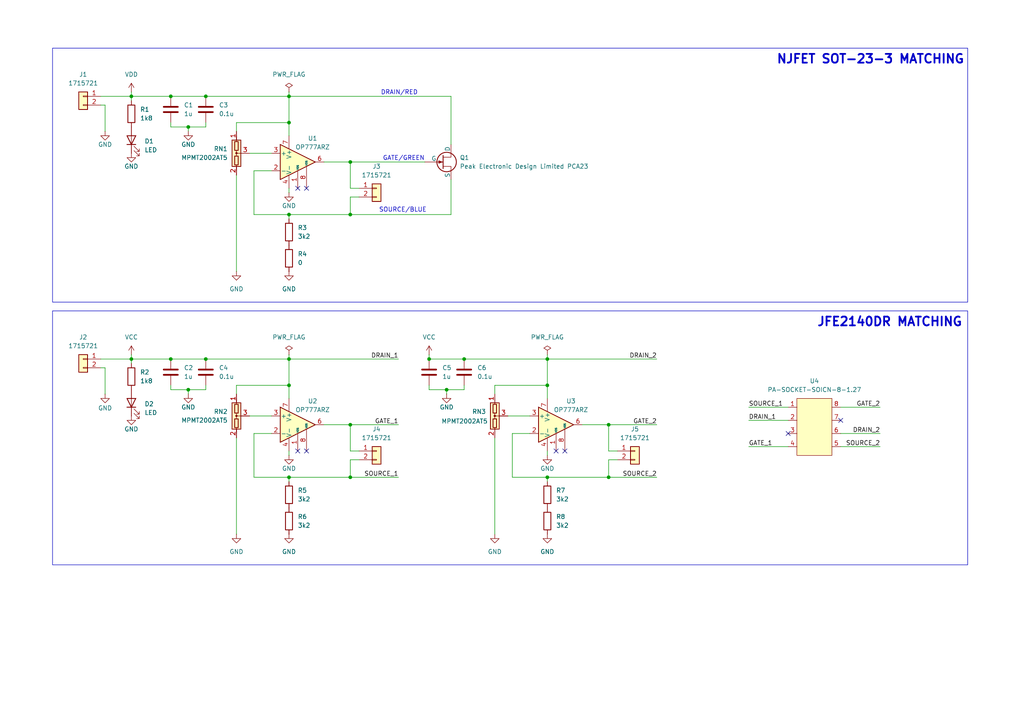
<source format=kicad_sch>
(kicad_sch (version 20250114) (generator "eeschema") (generator_version "9.0")
  (paper "A4")
  (lib_symbols
    (symbol "Amplifier_Operational:OP77" (pin_names (offset 0.127))
      (property "Reference" "U" (at 1.27 6.35 0))
      (property "Value" "OP77" (at 1.27 3.81 0))
      (symbol "OP77_0_1"
        (polyline (pts (xy -5.08 5.08) (xy 5.08 0) (xy -5.08 -5.08) (xy -5.08 5.08)) (stroke (width 0.254)) (fill (type background)))
      )
      (symbol "OP77_1_1"
        (pin input line (at -7.62 2.54 0) (length 2.54) (name "+") (number "3"))
        (pin input line (at -7.62 -2.54 0) (length 2.54) (name "-") (number "2"))
        (pin power_in line (at -2.54 7.62 270) (length 3.81) (name "V+") (number "7"))
        (pin power_in line (at -2.54 -7.62 90) (length 3.81) (name "V-") (number "4"))
        (pin no_connect line (at 0 2.54 270) (length 2.54) (hide yes) (name "NC") (number "5"))
        (pin input line (at 0 -7.62 90) (length 5.08) (name "VOS") (number "1"))
        (pin input line (at 2.54 -7.62 90) (length 6.35) (name "VOS") (number "8"))
        (pin output line (at 7.62 0 180) (length 2.54) (name "~") (number "6"))
      )
    )
    (symbol "Connector_Generic:Conn_01x02" (pin_names (offset 1.016) (hide yes))
      (property "Reference" "J" (at 0 2.54 0))
      (property "Value" "Conn_01x02" (at 0 -5.08 0))
      (symbol "Conn_01x02_1_1"
        (rectangle (start -1.27 1.27) (end 1.27 -3.81) (stroke (width 0.254)) (fill (type background)))
        (rectangle (start -1.27 0.127) (end 0 -0.127) (stroke (width 0.1524)))
        (rectangle (start -1.27 -2.413) (end 0 -2.667) (stroke (width 0.1524)))
        (pin passive line (at -5.08 0 0) (length 3.81) (name "Pin_1") (number "1"))
        (pin passive line (at -5.08 -2.54 0) (length 3.81) (name "Pin_2") (number "2"))
      )
    )
    (symbol "Device:C" (pin_numbers (hide yes)) (pin_names (offset 0.254))
      (property "Reference" "C" (at 0.635 2.54 0))
      (property "Value" "C" (at 0.635 -2.54 0))
      (symbol "C_0_1"
        (polyline (pts (xy -2.032 0.762) (xy 2.032 0.762)) (stroke (width 0.508)))
        (polyline (pts (xy -2.032 -0.762) (xy 2.032 -0.762)) (stroke (width 0.508)))
      )
      (symbol "C_1_1"
        (pin passive line (at 0 3.81 270) (length 2.794) (name "~") (number "1"))
        (pin passive line (at 0 -3.81 90) (length 2.794) (name "~") (number "2"))
      )
    )
    (symbol "Device:LED" (pin_numbers (hide yes)) (pin_names (offset 1.016) (hide yes))
      (property "Reference" "D" (at 0 2.54 0))
      (property "Value" "LED" (at 0 -2.54 0))
      (symbol "LED_0_1"
        (polyline (pts (xy -3.048 -0.762) (xy -4.572 -2.286) (xy -3.81 -2.286) (xy -4.572 -2.286) (xy -4.572 -1.524)))
        (polyline (pts (xy -1.778 -0.762) (xy -3.302 -2.286) (xy -2.54 -2.286) (xy -3.302 -2.286) (xy -3.302 -1.524)))
        (polyline (pts (xy -1.27 0) (xy 1.27 0)))
        (polyline (pts (xy -1.27 -1.27) (xy -1.27 1.27)) (stroke (width 0.254)))
        (polyline (pts (xy 1.27 -1.27) (xy 1.27 1.27) (xy -1.27 0) (xy 1.27 -1.27)) (stroke (width 0.254)))
      )
      (symbol "LED_1_1"
        (pin passive line (at -3.81 0 0) (length 2.54) (name "K") (number "1"))
        (pin passive line (at 3.81 0 180) (length 2.54) (name "A") (number "2"))
      )
    )
    (symbol "Device:R" (pin_numbers (hide yes)) (pin_names (offset 0))
      (property "Reference" "R" (at 2.032 0 90))
      (property "Value" "R" (at 0 0 90))
      (symbol "R_0_1"
        (rectangle (start -1.016 -2.54) (end 1.016 2.54) (stroke (width 0.254)))
      )
      (symbol "R_1_1"
        (pin passive line (at 0 3.81 270) (length 1.27) (name "~") (number "1"))
        (pin passive line (at 0 -3.81 90) (length 1.27) (name "~") (number "2"))
      )
    )
    (symbol "Device:VoltageDivider_CenterPin3" (pin_names (offset 0) (hide yes))
      (property "Reference" "RN" (at -4.445 0 90))
      (property "Value" "VoltageDivider_CenterPin3" (at -2.54 0 90))
      (symbol "VoltageDivider_CenterPin3_0_1"
        (rectangle (start -1.27 -3.81) (end 1.27 3.81) (stroke (width 0.254)) (fill (type background)))
        (rectangle (start -0.508 3.3782) (end 0.508 0.8382) (stroke (width 0.254)))
        (rectangle (start -0.508 -3.3782) (end 0.508 -0.8382) (stroke (width 0.254)))
        (polyline (pts (xy 0 5.08) (xy 0 3.3782)))
        (polyline (pts (xy 0 0.889) (xy 0 -0.889)))
        (circle (center 0 0.0254) (radius 0.254) (fill (type outline)))
        (polyline (pts (xy 0 -5.08) (xy 0 -3.429)))
        (polyline (pts (xy 1.27 0) (xy 0 0)))
      )
      (symbol "VoltageDivider_CenterPin3_1_1"
        (pin passive line (at 0 6.35 270) (length 2.54) (name "~") (number "1"))
        (pin passive line (at 0 -6.35 90) (length 2.54) (name "~") (number "2"))
        (pin passive line (at 3.81 0 180) (length 2.54) (name "~") (number "3"))
      )
    )
    (symbol "NJFET_MATCHING:PA-SOCKET-SOICN-8-1.27"
      (property "Reference" "U" (at 0 10.922 0))
      (property "Value" "PA-SOCKET-SOICN-8-1.27" (at 0 8.89 0))
      (symbol "PA-SOCKET-SOICN-8-1.27_1_1"
        (rectangle (start -5.08 7.62) (end 5.08 -8.89) (fill (type color) (color 255 255 194 1)))
        (pin bidirectional line (at -7.62 5.08 0) (length 2.54) (name "") (number "1"))
        (pin bidirectional line (at -7.62 1.27 0) (length 2.54) (name "") (number "2"))
        (pin bidirectional line (at -7.62 -2.54 0) (length 2.54) (name "") (number "3"))
        (pin bidirectional line (at -7.62 -6.35 0) (length 2.54) (name "") (number "4"))
        (pin bidirectional line (at 7.62 5.08 180) (length 2.54) (name "") (number "8"))
        (pin bidirectional line (at 7.62 1.27 180) (length 2.54) (name "") (number "7"))
        (pin bidirectional line (at 7.62 -2.54 180) (length 2.54) (name "") (number "6"))
        (pin bidirectional line (at 7.62 -6.35 180) (length 2.54) (name "") (number "5"))
      )
    )
    (symbol "Simulation_SPICE:NJFET" (pin_numbers (hide yes)) (pin_names (offset 0))
      (property "Reference" "Q" (at 5.08 1.27 0))
      (property "Value" "NJFET" (at 5.08 -1.27 0))
      (symbol "NJFET_0_1"
        (polyline (pts (xy 0 0) (xy -1.016 0.381) (xy -1.016 -0.381) (xy 0 0)) (fill (type outline)))
        (polyline (pts (xy 0.254 1.905) (xy 0.254 -1.905) (xy 0.254 -1.905)) (stroke (width 0.254)))
        (circle (center 1.27 0) (radius 2.8194) (stroke (width 0.254)))
        (polyline (pts (xy 2.54 2.54) (xy 2.54 1.397) (xy 0.254 1.397)))
        (polyline (pts (xy 2.54 -2.54) (xy 2.54 -1.27) (xy 0.254 -1.27)))
      )
      (symbol "NJFET_1_1"
        (pin input line (at -5.08 0 0) (length 5.334) (name "G") (number "2"))
        (pin passive line (at 2.54 5.08 270) (length 2.54) (name "D") (number "1"))
        (pin passive line (at 2.54 -5.08 90) (length 2.54) (name "S") (number "3"))
      )
    )
    (symbol "power:GND" (power) (pin_numbers (hide yes)) (pin_names (offset 0) (hide yes))
      (property "Value" "GND" (at 0 -3.81 0))
      (symbol "GND_0_1"
        (polyline (pts (xy 0 0) (xy 0 -1.27) (xy 1.27 -1.27) (xy 0 -2.54) (xy -1.27 -1.27) (xy 0 -1.27)))
      )
      (symbol "GND_1_1"
        (pin power_in line (at 0 0 270) (length 0) (name "~") (number "1"))
      )
    )
    (symbol "power:PWR_FLAG" (power) (pin_numbers (hide yes)) (pin_names (offset 0) (hide yes))
      (property "Value" "PWR_FLAG" (at 0 3.81 0))
      (symbol "PWR_FLAG_0_0"
        (pin power_out line (at 0 0 90) (length 0) (name "~") (number "1"))
      )
      (symbol "PWR_FLAG_0_1"
        (polyline (pts (xy 0 0) (xy 0 1.27) (xy -1.016 1.905) (xy 0 2.54) (xy 1.016 1.905) (xy 0 1.27)))
      )
    )
    (symbol "power:VCC" (power) (pin_numbers (hide yes)) (pin_names (offset 0) (hide yes))
      (property "Value" "VCC" (at 0 3.556 0))
      (symbol "VCC_0_1"
        (polyline (pts (xy -0.762 1.27) (xy 0 2.54)))
        (polyline (pts (xy 0 2.54) (xy 0.762 1.27)))
        (polyline (pts (xy 0 0) (xy 0 2.54)))
      )
      (symbol "VCC_1_1"
        (pin power_in line (at 0 0 90) (length 0) (name "~") (number "1"))
      )
    )
    (symbol "power:VDD" (power) (pin_numbers (hide yes)) (pin_names (offset 0) (hide yes))
      (property "Value" "VDD" (at 0 3.556 0))
      (symbol "VDD_0_1"
        (polyline (pts (xy -0.762 1.27) (xy 0 2.54)))
        (polyline (pts (xy 0 2.54) (xy 0.762 1.27)))
        (polyline (pts (xy 0 0) (xy 0 2.54)))
      )
      (symbol "VDD_1_1"
        (pin power_in line (at 0 0 90) (length 0) (name "~") (number "1"))
      )
    )
  )
  (rectangle (start 15.24 90.17) (end 280.67 163.83))
  (rectangle (start 15.24 13.97) (end 280.67 87.63))
  (text "JFE2140DR MATCHING" (at 258.064 93.472 0) (effects (font (size 2.54 2.54) (thickness 0.508) (bold yes))))
  (text "NJFET SOT-23-3 MATCHING" (at 252.476 17.272 0) (effects (font (size 2.54 2.54) (thickness 0.508) (bold yes))))
  (text "SOURCE/BLUE" (at 116.84 60.96 0) (effects (font (size 1.27 1.27))))
  (text "GATE/GREEN" (at 117.094 45.974 0) (effects (font (size 1.27 1.27))))
  (text "DRAIN/RED\n" (at 115.824 26.924 0) (effects (font (size 1.27 1.27))))
  (junction (at 176.53 138.43))
  (junction (at 101.6 138.43))
  (junction (at 101.6 46.99))
  (junction (at 83.82 111.76))
  (junction (at 124.46 104.14))
  (junction (at 49.53 104.14))
  (junction (at 134.62 104.14))
  (junction (at 54.61 36.83))
  (junction (at 83.82 62.23))
  (junction (at 176.53 123.19))
  (junction (at 158.75 111.76))
  (junction (at 59.69 104.14))
  (junction (at 129.54 113.03))
  (junction (at 83.82 27.94))
  (junction (at 101.6 62.23))
  (junction (at 59.69 27.94))
  (junction (at 38.1 27.94))
  (junction (at 83.82 104.14))
  (junction (at 101.6 123.19))
  (junction (at 83.82 138.43))
  (junction (at 158.75 138.43))
  (junction (at 54.61 113.03))
  (junction (at 49.53 27.94))
  (junction (at 38.1 104.14))
  (junction (at 158.75 104.14))
  (junction (at 83.82 35.56))
  (no_connect (at 86.36 130.81))
  (no_connect (at 243.84 121.92))
  (no_connect (at 161.29 130.81))
  (no_connect (at 88.9 54.61))
  (no_connect (at 88.9 130.81))
  (no_connect (at 86.36 54.61))
  (no_connect (at 163.83 130.81))
  (no_connect (at 228.6 125.73))
  (wire (pts (xy 176.53 123.19) (xy 190.5 123.19)))
  (wire (pts (xy 101.6 138.43) (xy 115.57 138.43)))
  (wire (pts (xy 101.6 46.99) (xy 123.19 46.99)))
  (wire (pts (xy 104.14 54.61) (xy 101.6 54.61)))
  (wire (pts (xy 83.82 104.14) (xy 83.82 111.76)))
  (wire (pts (xy 83.82 26.67) (xy 83.82 27.94)))
  (wire (pts (xy 147.32 120.65) (xy 153.67 120.65)))
  (wire (pts (xy 130.81 41.91) (xy 130.81 27.94)))
  (wire (pts (xy 78.74 49.53) (xy 73.66 49.53)))
  (wire (pts (xy 49.53 35.56) (xy 49.53 36.83)))
  (wire (pts (xy 83.82 35.56) (xy 83.82 39.37)))
  (wire (pts (xy 143.51 114.3) (xy 143.51 111.76)))
  (wire (pts (xy 83.82 62.23) (xy 83.82 63.5)))
  (wire (pts (xy 73.66 125.73) (xy 73.66 138.43)))
  (wire (pts (xy 130.81 62.23) (xy 130.81 52.07)))
  (wire (pts (xy 49.53 27.94) (xy 59.69 27.94)))
  (wire (pts (xy 83.82 138.43) (xy 83.82 139.7)))
  (wire (pts (xy 158.75 138.43) (xy 158.75 139.7)))
  (wire (pts (xy 68.58 50.8) (xy 68.58 78.74)))
  (wire (pts (xy 29.21 27.94) (xy 38.1 27.94)))
  (wire (pts (xy 38.1 104.14) (xy 49.53 104.14)))
  (wire (pts (xy 101.6 62.23) (xy 130.81 62.23)))
  (wire (pts (xy 78.74 125.73) (xy 73.66 125.73)))
  (wire (pts (xy 54.61 113.03) (xy 54.61 114.3)))
  (wire (pts (xy 104.14 57.15) (xy 101.6 57.15)))
  (wire (pts (xy 101.6 57.15) (xy 101.6 62.23)))
  (wire (pts (xy 83.82 27.94) (xy 83.82 35.56)))
  (wire (pts (xy 73.66 138.43) (xy 83.82 138.43)))
  (wire (pts (xy 54.61 36.83) (xy 54.61 38.1)))
  (wire (pts (xy 158.75 104.14) (xy 158.75 111.76)))
  (wire (pts (xy 38.1 27.94) (xy 49.53 27.94)))
  (wire (pts (xy 72.39 120.65) (xy 78.74 120.65)))
  (wire (pts (xy 38.1 102.87) (xy 38.1 104.14)))
  (wire (pts (xy 93.98 46.99) (xy 101.6 46.99)))
  (wire (pts (xy 168.91 123.19) (xy 176.53 123.19)))
  (wire (pts (xy 54.61 36.83) (xy 59.69 36.83)))
  (wire (pts (xy 49.53 104.14) (xy 59.69 104.14)))
  (wire (pts (xy 59.69 104.14) (xy 83.82 104.14)))
  (wire (pts (xy 83.82 138.43) (xy 101.6 138.43)))
  (wire (pts (xy 38.1 104.14) (xy 38.1 105.41)))
  (wire (pts (xy 29.21 104.14) (xy 38.1 104.14)))
  (wire (pts (xy 83.82 130.81) (xy 83.82 132.08)))
  (wire (pts (xy 73.66 49.53) (xy 73.66 62.23)))
  (wire (pts (xy 83.82 104.14) (xy 115.57 104.14)))
  (wire (pts (xy 158.75 130.81) (xy 158.75 132.08)))
  (wire (pts (xy 104.14 130.81) (xy 101.6 130.81)))
  (wire (pts (xy 176.53 133.35) (xy 176.53 138.43)))
  (wire (pts (xy 148.59 125.73) (xy 148.59 138.43)))
  (wire (pts (xy 101.6 130.81) (xy 101.6 123.19)))
  (wire (pts (xy 101.6 46.99) (xy 101.6 54.61)))
  (wire (pts (xy 255.27 118.11) (xy 243.84 118.11)))
  (wire (pts (xy 72.39 44.45) (xy 78.74 44.45)))
  (wire (pts (xy 59.69 111.76) (xy 59.69 113.03)))
  (wire (pts (xy 129.54 113.03) (xy 129.54 114.3)))
  (wire (pts (xy 68.58 38.1) (xy 68.58 35.56)))
  (wire (pts (xy 68.58 127) (xy 68.58 154.94)))
  (wire (pts (xy 83.82 62.23) (xy 101.6 62.23)))
  (wire (pts (xy 49.53 111.76) (xy 49.53 113.03)))
  (wire (pts (xy 101.6 133.35) (xy 101.6 138.43)))
  (wire (pts (xy 158.75 111.76) (xy 158.75 115.57)))
  (wire (pts (xy 158.75 102.87) (xy 158.75 104.14)))
  (wire (pts (xy 129.54 113.03) (xy 134.62 113.03)))
  (wire (pts (xy 124.46 102.87) (xy 124.46 104.14)))
  (wire (pts (xy 217.17 121.92) (xy 228.6 121.92)))
  (wire (pts (xy 158.75 104.14) (xy 190.5 104.14)))
  (wire (pts (xy 176.53 130.81) (xy 176.53 123.19)))
  (wire (pts (xy 217.17 118.11) (xy 228.6 118.11)))
  (wire (pts (xy 83.82 54.61) (xy 83.82 55.88)))
  (wire (pts (xy 255.27 129.54) (xy 243.84 129.54)))
  (wire (pts (xy 143.51 111.76) (xy 158.75 111.76)))
  (wire (pts (xy 30.48 106.68) (xy 29.21 106.68)))
  (wire (pts (xy 124.46 104.14) (xy 134.62 104.14)))
  (wire (pts (xy 179.07 133.35) (xy 176.53 133.35)))
  (wire (pts (xy 93.98 123.19) (xy 101.6 123.19)))
  (wire (pts (xy 68.58 111.76) (xy 83.82 111.76)))
  (wire (pts (xy 134.62 111.76) (xy 134.62 113.03)))
  (wire (pts (xy 255.27 125.73) (xy 243.84 125.73)))
  (wire (pts (xy 124.46 113.03) (xy 129.54 113.03)))
  (wire (pts (xy 30.48 114.3) (xy 30.48 106.68)))
  (wire (pts (xy 30.48 38.1) (xy 30.48 30.48)))
  (wire (pts (xy 217.17 129.54) (xy 228.6 129.54)))
  (wire (pts (xy 59.69 35.56) (xy 59.69 36.83)))
  (wire (pts (xy 104.14 133.35) (xy 101.6 133.35)))
  (wire (pts (xy 179.07 130.81) (xy 176.53 130.81)))
  (wire (pts (xy 153.67 125.73) (xy 148.59 125.73)))
  (wire (pts (xy 68.58 114.3) (xy 68.58 111.76)))
  (wire (pts (xy 54.61 113.03) (xy 59.69 113.03)))
  (wire (pts (xy 124.46 111.76) (xy 124.46 113.03)))
  (wire (pts (xy 49.53 36.83) (xy 54.61 36.83)))
  (wire (pts (xy 148.59 138.43) (xy 158.75 138.43)))
  (wire (pts (xy 73.66 62.23) (xy 83.82 62.23)))
  (wire (pts (xy 68.58 35.56) (xy 83.82 35.56)))
  (wire (pts (xy 59.69 27.94) (xy 83.82 27.94)))
  (wire (pts (xy 83.82 111.76) (xy 83.82 115.57)))
  (wire (pts (xy 158.75 138.43) (xy 176.53 138.43)))
  (wire (pts (xy 49.53 113.03) (xy 54.61 113.03)))
  (wire (pts (xy 30.48 30.48) (xy 29.21 30.48)))
  (wire (pts (xy 143.51 127) (xy 143.51 154.94)))
  (wire (pts (xy 83.82 102.87) (xy 83.82 104.14)))
  (wire (pts (xy 101.6 123.19) (xy 115.57 123.19)))
  (wire (pts (xy 83.82 27.94) (xy 130.81 27.94)))
  (wire (pts (xy 38.1 26.67) (xy 38.1 27.94)))
  (wire (pts (xy 176.53 138.43) (xy 190.5 138.43)))
  (wire (pts (xy 134.62 104.14) (xy 158.75 104.14)))
  (wire (pts (xy 38.1 27.94) (xy 38.1 29.21)))
  (label "GATE_1" (at 115.57 123.19 180))
  (label "GATE_2" (at 255.27 118.11 180))
  (label "SOURCE_1" (at 217.17 118.11 0))
  (label "DRAIN_2" (at 255.27 125.73 180))
  (label "DRAIN_2" (at 190.5 104.14 180))
  (label "GATE_1" (at 217.17 129.54 0))
  (label "GATE_2" (at 190.5 123.19 180))
  (label "SOURCE_2" (at 255.27 129.54 180))
  (label "DRAIN_1" (at 217.17 121.92 0))
  (label "SOURCE_2" (at 190.5 138.43 180))
  (label "SOURCE_1" (at 115.57 138.43 180))
  (label "DRAIN_1" (at 115.57 104.14 180))
  (symbol (lib_id "power:VCC") (at 38.1 102.87 0) (unit 1)
    (property "Reference" "#PWR05" (effects (hide yes)))
    (property "Value" "VCC" (at 38.1 97.79 0))
    (property "Description" "Power symbol creates a global label with name \"VCC\"" (effects (hide yes)))
  )
  (symbol (lib_id "power:PWR_FLAG") (at 158.75 102.87 0) (unit 1)
    (property "Reference" "#FLG03" (effects (hide yes)))
    (property "Value" "PWR_FLAG" (at 158.75 97.79 0))
    (property "Description" "Special symbol for telling ERC where power comes from" (effects (hide yes)))
  )
  (symbol (lib_id "Device:R") (at 83.82 143.51 0) (unit 1)
    (property "Reference" "R5" (at 86.36 142.2399 0) (effects (justify left)))
    (property "Value" "3k2" (at 86.36 144.7799 0) (effects (justify left)))
    (property "Footprint" "Resistor_SMD:R_0603_1608Metric" (effects (hide yes)))
    (property "Description" "Resistor" (effects (hide yes)))
  )
  (symbol (lib_id "Device:C") (at 59.69 31.75 0) (unit 1)
    (property "Reference" "C3" (at 63.5 30.4799 0) (effects (justify left)))
    (property "Value" "0.1u" (at 63.5 33.0199 0) (effects (justify left)))
    (property "Footprint" "Capacitor_SMD:C_0603_1608Metric" (effects (hide yes)))
    (property "Description" "Unpolarized capacitor" (effects (hide yes)))
  )
  (symbol (lib_id "Simulation_SPICE:NJFET") (at 128.27 46.99 0) (unit 1)
    (property "Reference" "Q1" (at 133.35 45.7199 0) (effects (justify left)))
    (property "Value" "Peak Electronic Design Limited PCA23" (at 133.35 48.2599 0) (effects (justify left)))
    (property "Footprint" "NJFET_MATCHING:PCA23" (effects (hide yes)))
    (property "Datasheet" "https://ngspice.sourceforge.io/docs/ngspice-html-manual/manual.xhtml#cha_JFETs" (effects (hide yes)))
    (property "Description" "N-JFET transistor, for simulation only" (effects (hide yes)))
    (property "Sim.Device" "NJFET" (effects (hide yes)))
    (property "Sim.Type" "SHICHMANHODGES" (effects (hide yes)))
    (property "Sim.Pins" "1=D 2=G 3=S" (effects (hide yes)))
  )
  (symbol (lib_id "power:GND") (at 158.75 154.94 0) (unit 1)
    (property "Reference" "#PWR019" (effects (hide yes)))
    (property "Value" "GND" (at 158.75 160.02 0))
    (property "Description" "Power symbol creates a global label with name \"GND\" , ground" (effects (hide yes)))
  )
  (symbol (lib_id "power:GND") (at 38.1 120.65 0) (unit 1)
    (property "Reference" "#PWR06" (effects (hide yes)))
    (property "Value" "GND" (at 38.1 124.46 0))
    (property "Description" "Power symbol creates a global label with name \"GND\" , ground" (effects (hide yes)))
  )
  (symbol (lib_id "power:GND") (at 83.82 132.08 0) (unit 1)
    (property "Reference" "#PWR013" (effects (hide yes)))
    (property "Value" "GND" (at 83.82 135.89 0))
    (property "Description" "Power symbol creates a global label with name \"GND\" , ground" (effects (hide yes)))
  )
  (symbol (lib_id "power:PWR_FLAG") (at 83.82 26.67 0) (unit 1)
    (property "Reference" "#FLG01" (effects (hide yes)))
    (property "Value" "PWR_FLAG" (at 83.82 21.59 0))
    (property "Description" "Special symbol for telling ERC where power comes from" (effects (hide yes)))
  )
  (symbol (lib_id "power:GND") (at 158.75 132.08 0) (unit 1)
    (property "Reference" "#PWR018" (effects (hide yes)))
    (property "Value" "GND" (at 158.75 135.89 0))
    (property "Description" "Power symbol creates a global label with name \"GND\" , ground" (effects (hide yes)))
  )
  (symbol (lib_id "power:PWR_FLAG") (at 83.82 102.87 0) (unit 1)
    (property "Reference" "#FLG02" (effects (hide yes)))
    (property "Value" "PWR_FLAG" (at 83.82 97.79 0))
    (property "Description" "Special symbol for telling ERC where power comes from" (effects (hide yes)))
  )
  (symbol (lib_id "Connector_Generic:Conn_01x02") (at 24.13 27.94 0) (mirror y) (unit 1)
    (property "Reference" "J1" (at 24.13 21.59 0))
    (property "Value" "1715721" (at 24.13 24.13 0))
    (property "Footprint" "TerminalBlock_Phoenix:TerminalBlock_Phoenix_MKDS-1,5-2-5.08_1x02_P5.08mm_Horizontal" (effects (hide yes)))
    (property "Description" "Generic connector, single row, 01x02, script generated (kicad-library-utils/schlib/autogen/connector/)" (effects (hide yes)))
  )
  (symbol (lib_id "power:GND") (at 68.58 154.94 0) (unit 1)
    (property "Reference" "#PWR010" (effects (hide yes)))
    (property "Value" "GND" (at 68.58 160.02 0))
    (property "Description" "Power symbol creates a global label with name \"GND\" , ground" (effects (hide yes)))
  )
  (symbol (lib_id "power:GND") (at 83.82 154.94 0) (unit 1)
    (property "Reference" "#PWR014" (effects (hide yes)))
    (property "Value" "GND" (at 83.82 160.02 0))
    (property "Description" "Power symbol creates a global label with name \"GND\" , ground" (effects (hide yes)))
  )
  (symbol (lib_id "Device:C") (at 124.46 107.95 0) (unit 1)
    (property "Reference" "C5" (at 128.27 106.6799 0) (effects (justify left)))
    (property "Value" "1u" (at 128.27 109.2199 0) (effects (justify left)))
    (property "Footprint" "Capacitor_SMD:C_0603_1608Metric" (effects (hide yes)))
    (property "Description" "Unpolarized capacitor" (effects (hide yes)))
  )
  (symbol (lib_id "Device:VoltageDivider_CenterPin3") (at 68.58 120.65 0) (unit 1)
    (property "Reference" "RN2" (at 66.04 119.3799 0) (effects (justify right)))
    (property "Value" "MPMT2002AT5" (at 66.04 121.9199 0) (effects (justify right)))
    (property "Footprint" "Package_TO_SOT_SMD:SOT-23" (effects (hide yes)))
    (property "Description" "Voltage divider, center on pin 3" (effects (hide yes)))
  )
  (symbol (lib_id "power:GND") (at 30.48 114.3 0) (unit 1)
    (property "Reference" "#PWR02" (effects (hide yes)))
    (property "Value" "GND" (at 30.48 118.364 0))
    (property "Description" "Power symbol creates a global label with name \"GND\" , ground" (effects (hide yes)))
  )
  (symbol (lib_id "power:VDD") (at 38.1 26.67 0) (unit 1)
    (property "Reference" "#PWR03" (effects (hide yes)))
    (property "Value" "VDD" (at 38.1 21.59 0))
    (property "Description" "Power symbol creates a global label with name \"VDD\"" (effects (hide yes)))
  )
  (symbol (lib_id "power:GND") (at 54.61 38.1 0) (unit 1)
    (property "Reference" "#PWR07" (effects (hide yes)))
    (property "Value" "GND" (at 54.61 41.91 0))
    (property "Description" "Power symbol creates a global label with name \"GND\" , ground" (effects (hide yes)))
  )
  (symbol (lib_id "Connector_Generic:Conn_01x02") (at 109.22 130.81 0) (unit 1)
    (property "Reference" "J4" (at 109.22 124.46 0))
    (property "Value" "1715721" (at 109.22 127 0))
    (property "Footprint" "TerminalBlock_Phoenix:TerminalBlock_Phoenix_MKDS-1,5-2-5.08_1x02_P5.08mm_Horizontal" (effects (hide yes)))
    (property "Description" "Generic connector, single row, 01x02, script generated (kicad-library-utils/schlib/autogen/connector/)" (effects (hide yes)))
  )
  (symbol (lib_id "Device:C") (at 134.62 107.95 0) (unit 1)
    (property "Reference" "C6" (at 138.43 106.6799 0) (effects (justify left)))
    (property "Value" "0.1u" (at 138.43 109.2199 0) (effects (justify left)))
    (property "Footprint" "Capacitor_SMD:C_0603_1608Metric" (effects (hide yes)))
    (property "Description" "Unpolarized capacitor" (effects (hide yes)))
  )
  (symbol (lib_id "power:GND") (at 129.54 114.3 0) (unit 1)
    (property "Reference" "#PWR016" (effects (hide yes)))
    (property "Value" "GND" (at 129.54 118.11 0))
    (property "Description" "Power symbol creates a global label with name \"GND\" , ground" (effects (hide yes)))
  )
  (symbol (lib_id "Amplifier_Operational:OP77") (at 161.29 123.19 0) (unit 1)
    (property "Reference" "U3" (at 165.608 116.332 0))
    (property "Value" "OP777ARZ" (at 165.608 118.872 0))
    (property "Footprint" "Package_SO:SOIC-8_3.9x4.9mm_P1.27mm" (effects (hide yes)))
    (property "Datasheet" "https://www.analog.com/media/en/technical-documentation/data-sheets/OP77.pdf" (effects (hide yes)))
    (property "Description" "Next Generation OP07 Ultralow Offset Voltage Operational Amplifier, DIP-8/TO-99-8" (effects (hide yes)))
  )
  (symbol (lib_id "Device:C") (at 49.53 31.75 0) (unit 1)
    (property "Reference" "C1" (at 53.34 30.4799 0) (effects (justify left)))
    (property "Value" "1u" (at 53.34 33.0199 0) (effects (justify left)))
    (property "Footprint" "Capacitor_SMD:C_0603_1608Metric" (effects (hide yes)))
    (property "Description" "Unpolarized capacitor" (effects (hide yes)))
  )
  (symbol (lib_id "NJFET_MATCHING:PA-SOCKET-SOICN-8-1.27") (at 236.22 123.19 0) (unit 1)
    (property "Reference" "U4" (at 236.22 110.49 0))
    (property "Value" "PA-SOCKET-SOICN-8-1.27" (at 236.22 113.03 0))
    (property "Footprint" "NJFET_MATCHING:PA-SOCKET-SOICN-8-1_27" (effects (hide yes)))
    (property "Datasheet" "https://www.mouser.de/datasheet/2/73/PA_SOCKET_SOICN_8_1_27-3361861.pdf" (effects (hide yes)))
    (property "Description" "Test Sockets Test Socket for SOIC-8N Narrow 1.27mm IC" (effects (hide yes)))
  )
  (symbol (lib_id "power:GND") (at 83.82 78.74 0) (unit 1)
    (property "Reference" "#PWR012" (effects (hide yes)))
    (property "Value" "GND" (at 83.82 83.82 0))
    (property "Description" "Power symbol creates a global label with name \"GND\" , ground" (effects (hide yes)))
  )
  (symbol (lib_id "Device:C") (at 49.53 107.95 0) (unit 1)
    (property "Reference" "C2" (at 53.34 106.6799 0) (effects (justify left)))
    (property "Value" "1u" (at 53.34 109.2199 0) (effects (justify left)))
    (property "Footprint" "Capacitor_SMD:C_0603_1608Metric" (effects (hide yes)))
    (property "Description" "Unpolarized capacitor" (effects (hide yes)))
  )
  (symbol (lib_id "Device:LED") (at 38.1 40.64 90) (unit 1)
    (property "Reference" "D1" (at 41.91 40.9574 90) (effects (justify right)))
    (property "Value" "LED" (at 41.91 43.4974 90) (effects (justify right)))
    (property "Footprint" "LED_SMD:LED_0603_1608Metric" (effects (hide yes)))
    (property "Description" "Light emitting diode" (effects (hide yes)))
    (property "Sim.Pins" "1=K 2=A" (effects (hide yes)))
  )
  (symbol (lib_id "Device:R") (at 83.82 74.93 0) (unit 1)
    (property "Reference" "R4" (at 86.36 73.6599 0) (effects (justify left)))
    (property "Value" "0" (at 86.36 76.1999 0) (effects (justify left)))
    (property "Footprint" "Resistor_SMD:R_0603_1608Metric" (effects (hide yes)))
    (property "Description" "Resistor" (effects (hide yes)))
  )
  (symbol (lib_id "Amplifier_Operational:OP77") (at 86.36 46.99 0) (unit 1)
    (property "Reference" "U1" (at 90.678 40.132 0))
    (property "Value" "OP777ARZ" (at 90.678 42.672 0))
    (property "Footprint" "Package_SO:SOIC-8_3.9x4.9mm_P1.27mm" (effects (hide yes)))
    (property "Datasheet" "https://www.analog.com/media/en/technical-documentation/data-sheets/OP77.pdf" (effects (hide yes)))
    (property "Description" "Next Generation OP07 Ultralow Offset Voltage Operational Amplifier, DIP-8/TO-99-8" (effects (hide yes)))
  )
  (symbol (lib_id "Device:R") (at 83.82 67.31 0) (unit 1)
    (property "Reference" "R3" (at 86.36 66.0399 0) (effects (justify left)))
    (property "Value" "3k2" (at 86.36 68.5799 0) (effects (justify left)))
    (property "Footprint" "Resistor_SMD:R_0603_1608Metric" (effects (hide yes)))
    (property "Description" "Resistor" (effects (hide yes)))
  )
  (symbol (lib_id "Device:VoltageDivider_CenterPin3") (at 68.58 44.45 0) (unit 1)
    (property "Reference" "RN1" (at 66.04 43.1799 0) (effects (justify right)))
    (property "Value" "MPMT2002AT5" (at 66.04 45.7199 0) (effects (justify right)))
    (property "Footprint" "Package_TO_SOT_SMD:SOT-23" (effects (hide yes)))
    (property "Description" "Voltage divider, center on pin 3" (effects (hide yes)))
  )
  (symbol (lib_id "Connector_Generic:Conn_01x02") (at 184.15 130.81 0) (unit 1)
    (property "Reference" "J5" (at 184.15 124.46 0))
    (property "Value" "1715721" (at 184.15 127 0))
    (property "Footprint" "TerminalBlock_Phoenix:TerminalBlock_Phoenix_MKDS-1,5-2-5.08_1x02_P5.08mm_Horizontal" (effects (hide yes)))
    (property "Description" "Generic connector, single row, 01x02, script generated (kicad-library-utils/schlib/autogen/connector/)" (effects (hide yes)))
  )
  (symbol (lib_id "Device:R") (at 83.82 151.13 0) (unit 1)
    (property "Reference" "R6" (at 86.36 149.8599 0) (effects (justify left)))
    (property "Value" "3k2" (at 86.36 152.3999 0) (effects (justify left)))
    (property "Footprint" "Resistor_SMD:R_0603_1608Metric" (effects (hide yes)))
    (property "Description" "Resistor" (effects (hide yes)))
  )
  (symbol (lib_id "power:GND") (at 30.48 38.1 0) (unit 1)
    (property "Reference" "#PWR01" (effects (hide yes)))
    (property "Value" "GND" (at 30.48 41.91 0))
    (property "Description" "Power symbol creates a global label with name \"GND\" , ground" (effects (hide yes)))
  )
  (symbol (lib_id "Device:R") (at 38.1 109.22 0) (unit 1)
    (property "Reference" "R2" (at 40.64 107.9499 0) (effects (justify left)))
    (property "Value" "1k8" (at 40.64 110.4899 0) (effects (justify left)))
    (property "Footprint" "Resistor_SMD:R_0603_1608Metric" (effects (hide yes)))
    (property "Description" "Resistor" (effects (hide yes)))
  )
  (symbol (lib_id "power:GND") (at 68.58 78.74 0) (unit 1)
    (property "Reference" "#PWR09" (effects (hide yes)))
    (property "Value" "GND" (at 68.58 83.82 0))
    (property "Description" "Power symbol creates a global label with name \"GND\" , ground" (effects (hide yes)))
  )
  (symbol (lib_id "Connector_Generic:Conn_01x02") (at 24.13 104.14 0) (mirror y) (unit 1)
    (property "Reference" "J2" (at 24.13 97.79 0))
    (property "Value" "1715721" (at 24.13 100.33 0))
    (property "Footprint" "TerminalBlock_Phoenix:TerminalBlock_Phoenix_MKDS-1,5-2-5.08_1x02_P5.08mm_Horizontal" (effects (hide yes)))
    (property "Description" "Generic connector, single row, 01x02, script generated (kicad-library-utils/schlib/autogen/connector/)" (effects (hide yes)))
  )
  (symbol (lib_id "power:GND") (at 143.51 154.94 0) (unit 1)
    (property "Reference" "#PWR017" (effects (hide yes)))
    (property "Value" "GND" (at 143.51 160.02 0))
    (property "Description" "Power symbol creates a global label with name \"GND\" , ground" (effects (hide yes)))
  )
  (symbol (lib_id "power:GND") (at 54.61 114.3 0) (unit 1)
    (property "Reference" "#PWR08" (effects (hide yes)))
    (property "Value" "GND" (at 54.61 118.11 0))
    (property "Description" "Power symbol creates a global label with name \"GND\" , ground" (effects (hide yes)))
  )
  (symbol (lib_id "Device:LED") (at 38.1 116.84 90) (unit 1)
    (property "Reference" "D2" (at 41.91 117.1574 90) (effects (justify right)))
    (property "Value" "LED" (at 41.91 119.6974 90) (effects (justify right)))
    (property "Footprint" "LED_SMD:LED_0603_1608Metric" (effects (hide yes)))
    (property "Description" "Light emitting diode" (effects (hide yes)))
    (property "Sim.Pins" "1=K 2=A" (effects (hide yes)))
  )
  (symbol (lib_id "Amplifier_Operational:OP77") (at 86.36 123.19 0) (unit 1)
    (property "Reference" "U2" (at 90.678 116.332 0))
    (property "Value" "OP777ARZ" (at 90.678 118.872 0))
    (property "Footprint" "Package_SO:SOIC-8_3.9x4.9mm_P1.27mm" (effects (hide yes)))
    (property "Datasheet" "https://www.analog.com/media/en/technical-documentation/data-sheets/OP77.pdf" (effects (hide yes)))
    (property "Description" "Next Generation OP07 Ultralow Offset Voltage Operational Amplifier, DIP-8/TO-99-8" (effects (hide yes)))
  )
  (symbol (lib_id "power:VCC") (at 124.46 102.87 0) (unit 1)
    (property "Reference" "#PWR015" (effects (hide yes)))
    (property "Value" "VCC" (at 124.46 97.79 0))
    (property "Description" "Power symbol creates a global label with name \"VCC\"" (effects (hide yes)))
  )
  (symbol (lib_id "Device:R") (at 158.75 143.51 0) (unit 1)
    (property "Reference" "R7" (at 161.29 142.2399 0) (effects (justify left)))
    (property "Value" "3k2" (at 161.29 144.7799 0) (effects (justify left)))
    (property "Footprint" "Resistor_SMD:R_0603_1608Metric" (effects (hide yes)))
    (property "Description" "Resistor" (effects (hide yes)))
  )
  (symbol (lib_id "power:GND") (at 38.1 44.45 0) (unit 1)
    (property "Reference" "#PWR04" (effects (hide yes)))
    (property "Value" "GND" (at 38.1 48.26 0))
    (property "Description" "Power symbol creates a global label with name \"GND\" , ground" (effects (hide yes)))
  )
  (symbol (lib_id "Device:VoltageDivider_CenterPin3") (at 143.51 120.65 0) (unit 1)
    (property "Reference" "RN3" (at 140.97 119.3799 0) (effects (justify right)))
    (property "Value" "MPMT2002AT5" (at 141.478 122.174 0) (effects (justify right)))
    (property "Footprint" "Package_TO_SOT_SMD:SOT-23" (effects (hide yes)))
    (property "Description" "Voltage divider, center on pin 3" (effects (hide yes)))
  )
  (symbol (lib_id "Connector_Generic:Conn_01x02") (at 109.22 54.61 0) (unit 1)
    (property "Reference" "J3" (at 109.22 48.26 0))
    (property "Value" "1715721" (at 109.22 50.8 0))
    (property "Footprint" "TerminalBlock_Phoenix:TerminalBlock_Phoenix_MKDS-1,5-2-5.08_1x02_P5.08mm_Horizontal" (effects (hide yes)))
    (property "Description" "Generic connector, single row, 01x02, script generated (kicad-library-utils/schlib/autogen/connector/)" (effects (hide yes)))
  )
  (symbol (lib_id "Device:R") (at 38.1 33.02 0) (unit 1)
    (property "Reference" "R1" (at 40.64 31.7499 0) (effects (justify left)))
    (property "Value" "1k8" (at 40.64 34.2899 0) (effects (justify left)))
    (property "Footprint" "Resistor_SMD:R_0603_1608Metric" (effects (hide yes)))
    (property "Description" "Resistor" (effects (hide yes)))
  )
  (symbol (lib_id "Device:C") (at 59.69 107.95 0) (unit 1)
    (property "Reference" "C4" (at 63.5 106.6799 0) (effects (justify left)))
    (property "Value" "0.1u" (at 63.5 109.2199 0) (effects (justify left)))
    (property "Footprint" "Capacitor_SMD:C_0603_1608Metric" (effects (hide yes)))
    (property "Description" "Unpolarized capacitor" (effects (hide yes)))
  )
  (symbol (lib_id "power:GND") (at 83.82 55.88 0) (unit 1)
    (property "Reference" "#PWR011" (effects (hide yes)))
    (property "Value" "GND" (at 83.82 59.69 0))
    (property "Description" "Power symbol creates a global label with name \"GND\" , ground" (effects (hide yes)))
  )
  (symbol (lib_id "Device:R") (at 158.75 151.13 0) (unit 1)
    (property "Reference" "R8" (at 161.29 149.8599 0) (effects (justify left)))
    (property "Value" "3k2" (at 161.29 152.3999 0) (effects (justify left)))
    (property "Footprint" "Resistor_SMD:R_0603_1608Metric" (effects (hide yes)))
    (property "Description" "Resistor" (effects (hide yes)))
  )
)
</source>
